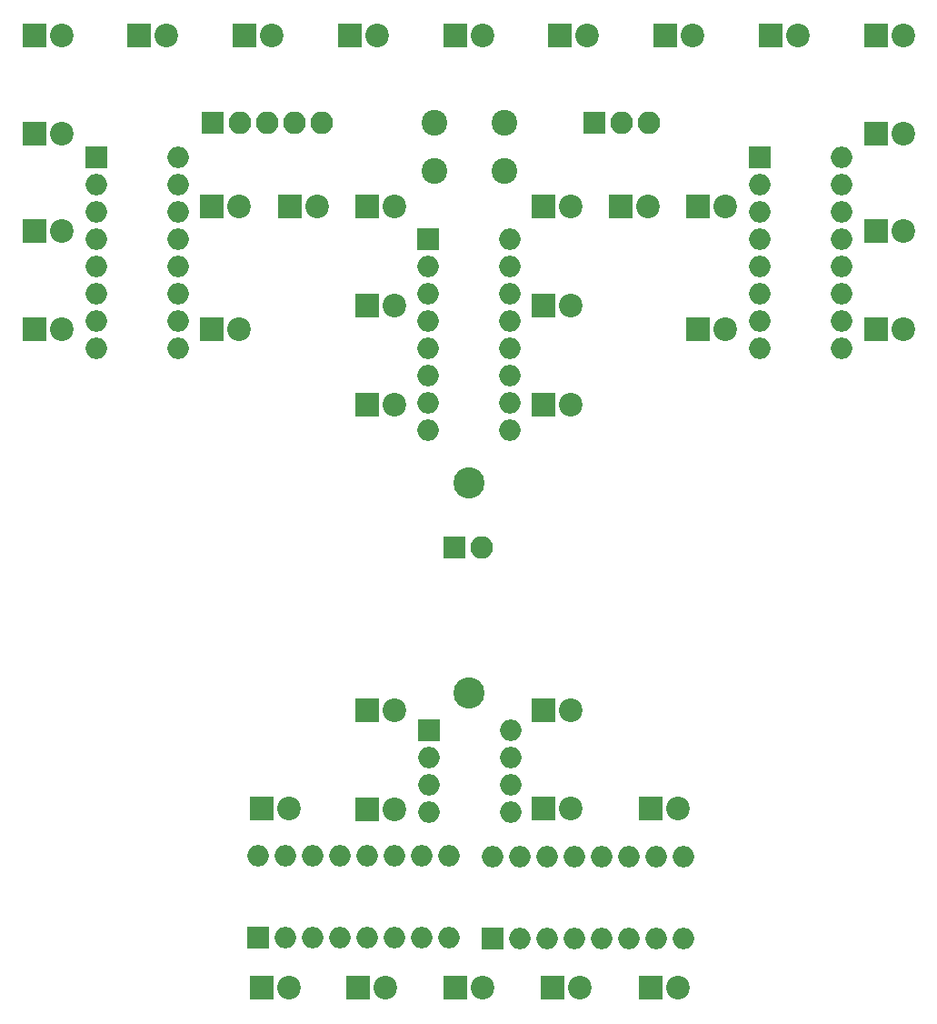
<source format=gbr>
G04 #@! TF.GenerationSoftware,KiCad,Pcbnew,(5.0.0)*
G04 #@! TF.CreationDate,2018-10-09T19:45:50-04:00*
G04 #@! TF.ProjectId,MiniTempleT,4D696E6954656D706C65542E6B696361,rev?*
G04 #@! TF.SameCoordinates,Original*
G04 #@! TF.FileFunction,Soldermask,Top*
G04 #@! TF.FilePolarity,Negative*
%FSLAX46Y46*%
G04 Gerber Fmt 4.6, Leading zero omitted, Abs format (unit mm)*
G04 Created by KiCad (PCBNEW (5.0.0)) date 10/09/18 19:45:50*
%MOMM*%
%LPD*%
G01*
G04 APERTURE LIST*
%ADD10R,2.200000X2.200000*%
%ADD11C,2.200000*%
%ADD12R,2.100000X2.100000*%
%ADD13O,2.100000X2.100000*%
%ADD14R,2.000000X2.000000*%
%ADD15O,2.000000X2.000000*%
%ADD16C,2.400000*%
%ADD17C,2.900000*%
G04 APERTURE END LIST*
D10*
G04 #@! TO.C,D1*
X130683000Y-85217000D03*
D11*
X133223000Y-85217000D03*
G04 #@! TD*
D10*
G04 #@! TO.C,D2*
X130683000Y-76117000D03*
D11*
X133223000Y-76117000D03*
G04 #@! TD*
D10*
G04 #@! TO.C,D3*
X130683000Y-67017000D03*
D11*
X133223000Y-67017000D03*
G04 #@! TD*
D10*
G04 #@! TO.C,D4*
X130683000Y-57917000D03*
D11*
X133223000Y-57917000D03*
G04 #@! TD*
D10*
G04 #@! TO.C,D6*
X150283000Y-57917000D03*
D11*
X152823000Y-57917000D03*
G04 #@! TD*
D10*
G04 #@! TO.C,D7*
X160083000Y-57917000D03*
D11*
X162623000Y-57917000D03*
G04 #@! TD*
D10*
G04 #@! TO.C,D8*
X169883000Y-57917000D03*
D11*
X172423000Y-57917000D03*
G04 #@! TD*
D10*
G04 #@! TO.C,D9*
X179683000Y-57917000D03*
D11*
X182223000Y-57917000D03*
G04 #@! TD*
D10*
G04 #@! TO.C,D10*
X189483000Y-57917000D03*
D11*
X192023000Y-57917000D03*
G04 #@! TD*
D10*
G04 #@! TO.C,D11*
X199283000Y-57917000D03*
D11*
X201823000Y-57917000D03*
G04 #@! TD*
D10*
G04 #@! TO.C,D12*
X209083000Y-57917000D03*
D11*
X211623000Y-57917000D03*
G04 #@! TD*
D10*
G04 #@! TO.C,D14*
X209083000Y-76117000D03*
D11*
X211623000Y-76117000D03*
G04 #@! TD*
D10*
G04 #@! TO.C,D15*
X209083000Y-85217000D03*
D11*
X211623000Y-85217000D03*
G04 #@! TD*
D10*
G04 #@! TO.C,D16*
X192557000Y-85217000D03*
D11*
X195097000Y-85217000D03*
G04 #@! TD*
D10*
G04 #@! TO.C,D17*
X192557000Y-73837800D03*
D11*
X195097000Y-73837800D03*
G04 #@! TD*
D10*
G04 #@! TO.C,D18*
X185369000Y-73837800D03*
D11*
X187909000Y-73837800D03*
G04 #@! TD*
D10*
G04 #@! TO.C,D19*
X178156000Y-73837800D03*
D11*
X180696000Y-73837800D03*
G04 #@! TD*
D10*
G04 #@! TO.C,D20*
X178156000Y-83037800D03*
D11*
X180696000Y-83037800D03*
G04 #@! TD*
D10*
G04 #@! TO.C,D22*
X178156000Y-120699000D03*
D11*
X180696000Y-120699000D03*
G04 #@! TD*
D10*
G04 #@! TO.C,D23*
X178156000Y-129899000D03*
D11*
X180696000Y-129899000D03*
G04 #@! TD*
D10*
G04 #@! TO.C,D24*
X188156000Y-129899000D03*
D11*
X190696000Y-129899000D03*
G04 #@! TD*
D10*
G04 #@! TO.C,D25*
X188150000Y-146558000D03*
D11*
X190690000Y-146558000D03*
G04 #@! TD*
D10*
G04 #@! TO.C,D26*
X178950000Y-146558000D03*
D11*
X181490000Y-146558000D03*
G04 #@! TD*
D10*
G04 #@! TO.C,D27*
X169926000Y-146558000D03*
D11*
X172466000Y-146558000D03*
G04 #@! TD*
D10*
G04 #@! TO.C,D28*
X160902000Y-146558000D03*
D11*
X163442000Y-146558000D03*
G04 #@! TD*
D10*
G04 #@! TO.C,D30*
X151877000Y-129899000D03*
D11*
X154417000Y-129899000D03*
G04 #@! TD*
D10*
G04 #@! TO.C,D31*
X161734000Y-129921000D03*
D11*
X164274000Y-129921000D03*
G04 #@! TD*
D10*
G04 #@! TO.C,D32*
X161734000Y-120699000D03*
D11*
X164274000Y-120699000D03*
G04 #@! TD*
D12*
G04 #@! TO.C,POWER1*
X182880000Y-66040000D03*
D13*
X185420000Y-66040000D03*
X187960000Y-66040000D03*
G04 #@! TD*
D14*
G04 #@! TO.C,Tiny85*
X167450000Y-122618000D03*
D15*
X175070000Y-130238000D03*
X167450000Y-125158000D03*
X175070000Y-127698000D03*
X167450000Y-127698000D03*
X175070000Y-125158000D03*
X167450000Y-130238000D03*
X175070000Y-122618000D03*
G04 #@! TD*
D10*
G04 #@! TO.C,D5*
X140483000Y-57917000D03*
D11*
X143023000Y-57917000D03*
G04 #@! TD*
D10*
G04 #@! TO.C,D13*
X209083000Y-67017000D03*
D11*
X211623000Y-67017000D03*
G04 #@! TD*
D10*
G04 #@! TO.C,D21*
X178156000Y-92237800D03*
D11*
X180696000Y-92237800D03*
G04 #@! TD*
D10*
G04 #@! TO.C,D29*
X151877000Y-146558000D03*
D11*
X154417000Y-146558000D03*
G04 #@! TD*
D10*
G04 #@! TO.C,D33*
X161734000Y-92237800D03*
D11*
X164274000Y-92237800D03*
G04 #@! TD*
D10*
G04 #@! TO.C,D34*
X161734000Y-83037800D03*
D11*
X164274000Y-83037800D03*
G04 #@! TD*
D10*
G04 #@! TO.C,D35*
X161734000Y-73837800D03*
D11*
X164274000Y-73837800D03*
G04 #@! TD*
D10*
G04 #@! TO.C,D36*
X154496000Y-73850500D03*
D11*
X157036000Y-73850500D03*
G04 #@! TD*
D10*
G04 #@! TO.C,D37*
X147256000Y-73850500D03*
D11*
X149796000Y-73850500D03*
G04 #@! TD*
D10*
G04 #@! TO.C,D38*
X147256000Y-85217000D03*
D11*
X149796000Y-85217000D03*
G04 #@! TD*
D16*
G04 #@! TO.C,BTN1*
X167965000Y-70540000D03*
X167965000Y-66040000D03*
X174465000Y-70540000D03*
X174465000Y-66040000D03*
G04 #@! TD*
D17*
G04 #@! TO.C,Battery1*
X171196000Y-99569000D03*
X171196000Y-119069000D03*
G04 #@! TD*
D12*
G04 #@! TO.C,Shift_IO1*
X147320000Y-66040000D03*
D13*
X149860000Y-66040000D03*
X152400000Y-66040000D03*
X154940000Y-66040000D03*
X157480000Y-66040000D03*
G04 #@! TD*
D12*
G04 #@! TO.C,Power1*
X169799000Y-105537000D03*
D13*
X172339000Y-105537000D03*
G04 #@! TD*
D14*
G04 #@! TO.C,Shift2*
X198298000Y-69215000D03*
D15*
X205918000Y-86995000D03*
X198298000Y-71755000D03*
X205918000Y-84455000D03*
X198298000Y-74295000D03*
X205918000Y-81915000D03*
X198298000Y-76835000D03*
X205918000Y-79375000D03*
X198298000Y-79375000D03*
X205918000Y-76835000D03*
X198298000Y-81915000D03*
X205918000Y-74295000D03*
X198298000Y-84455000D03*
X205918000Y-71755000D03*
X198298000Y-86995000D03*
X205918000Y-69215000D03*
G04 #@! TD*
D14*
G04 #@! TO.C,Shift3*
X167386000Y-76885800D03*
D15*
X175006000Y-94665800D03*
X167386000Y-79425800D03*
X175006000Y-92125800D03*
X167386000Y-81965800D03*
X175006000Y-89585800D03*
X167386000Y-84505800D03*
X175006000Y-87045800D03*
X167386000Y-87045800D03*
X175006000Y-84505800D03*
X167386000Y-89585800D03*
X175006000Y-81965800D03*
X167386000Y-92125800D03*
X175006000Y-79425800D03*
X167386000Y-94665800D03*
X175006000Y-76885800D03*
G04 #@! TD*
D14*
G04 #@! TO.C,Shift1*
X136449000Y-69215000D03*
D15*
X144069000Y-86995000D03*
X136449000Y-71755000D03*
X144069000Y-84455000D03*
X136449000Y-74295000D03*
X144069000Y-81915000D03*
X136449000Y-76835000D03*
X144069000Y-79375000D03*
X136449000Y-79375000D03*
X144069000Y-76835000D03*
X136449000Y-81915000D03*
X144069000Y-74295000D03*
X136449000Y-84455000D03*
X144069000Y-71755000D03*
X136449000Y-86995000D03*
X144069000Y-69215000D03*
G04 #@! TD*
D14*
G04 #@! TO.C,Shift4*
X173418000Y-142002000D03*
D15*
X191198000Y-134382000D03*
X175958000Y-142002000D03*
X188658000Y-134382000D03*
X178498000Y-142002000D03*
X186118000Y-134382000D03*
X181038000Y-142002000D03*
X183578000Y-134382000D03*
X183578000Y-142002000D03*
X181038000Y-134382000D03*
X186118000Y-142002000D03*
X178498000Y-134382000D03*
X188658000Y-142002000D03*
X175958000Y-134382000D03*
X191198000Y-142002000D03*
X173418000Y-134382000D03*
G04 #@! TD*
D14*
G04 #@! TO.C,Shift5*
X151511000Y-141922000D03*
D15*
X169291000Y-134302000D03*
X154051000Y-141922000D03*
X166751000Y-134302000D03*
X156591000Y-141922000D03*
X164211000Y-134302000D03*
X159131000Y-141922000D03*
X161671000Y-134302000D03*
X161671000Y-141922000D03*
X159131000Y-134302000D03*
X164211000Y-141922000D03*
X156591000Y-134302000D03*
X166751000Y-141922000D03*
X154051000Y-134302000D03*
X169291000Y-141922000D03*
X151511000Y-134302000D03*
G04 #@! TD*
M02*

</source>
